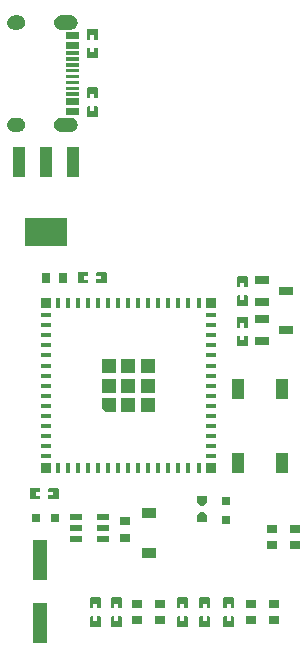
<source format=gtp>
G04 Layer: TopPasteMaskLayer*
G04 EasyEDA v6.5.47, 2024-12-16 18:16:38*
G04 268b8e850bac467aae997c2779a4d6d9,381f0eae51a44e099b53e3fe18832c3b,10*
G04 Gerber Generator version 0.2*
G04 Scale: 100 percent, Rotated: No, Reflected: No *
G04 Dimensions in millimeters *
G04 leading zeros omitted , absolute positions ,4 integer and 5 decimal *
%FSLAX45Y45*%
%MOMM*%

%AMMACRO1*4,1,6,0.6,0.6,0.6,-0.6,-0.31,-0.6,-0.33,-0.6,-0.6,-0.33,-0.6,0.6,0.6,0.6,0*%
%AMMACRO2*21,1,$1,$2,0,0,$3*%
%ADD10R,1.2000X3.5000*%
%ADD11R,0.9000X0.8000*%
%ADD12R,0.8000X0.9000*%
%ADD13R,1.1500X0.9500*%
%ADD14R,1.2500X0.7000*%
%ADD15R,1.1000X1.8000*%
%ADD16MACRO1*%
%ADD17MACRO2,0.8X0.8X0.0000*%
%ADD18MACRO2,0.8X0.85X0.0000*%
%ADD19MACRO2,0.4X0.8X-90.0000*%
%ADD20MACRO2,0.4X0.8X90.0000*%
%ADD21MACRO2,0.4X0.8X0.0000*%
%ADD22MACRO2,1.2X1.2X0.0000*%
%ADD23R,1.0720X0.5320*%
%ADD24R,1.1000X2.5000*%
%ADD25MACRO2,3.6X2.34X0.0000*%
%ADD26R,0.8000X0.8000*%
%ADD27R,0.0144X0.8000*%

%LPD*%
G36*
X1401724Y11053318D02*
G01*
X1401724Y11023295D01*
X1511706Y11023295D01*
X1511706Y11053318D01*
G37*
G36*
X1401724Y11003280D02*
G01*
X1401724Y10973257D01*
X1511706Y10973257D01*
X1511706Y11003280D01*
G37*
G36*
X1401724Y11513312D02*
G01*
X1401724Y11453317D01*
X1511706Y11453317D01*
X1511706Y11513312D01*
G37*
G36*
X1401724Y11103305D02*
G01*
X1401724Y11073282D01*
X1511706Y11073282D01*
X1511706Y11103305D01*
G37*
G36*
X1401724Y10953292D02*
G01*
X1401724Y10893298D01*
X1511706Y10893298D01*
X1511706Y10953292D01*
G37*
G36*
X1401724Y10873282D02*
G01*
X1401724Y10813288D01*
X1511706Y10813288D01*
X1511706Y10873282D01*
G37*
G36*
X1401724Y11153292D02*
G01*
X1401724Y11123269D01*
X1511706Y11123269D01*
X1511706Y11153292D01*
G37*
G36*
X1401724Y11203330D02*
G01*
X1401724Y11173307D01*
X1511706Y11173307D01*
X1511706Y11203330D01*
G37*
G36*
X1401724Y11433302D02*
G01*
X1401724Y11373307D01*
X1511706Y11373307D01*
X1511706Y11433302D01*
G37*
G36*
X1401724Y11253317D02*
G01*
X1401724Y11223294D01*
X1511706Y11223294D01*
X1511706Y11253317D01*
G37*
G36*
X1401724Y11303304D02*
G01*
X1401724Y11273282D01*
X1511706Y11273282D01*
X1511706Y11303304D01*
G37*
G36*
X1401724Y11353292D02*
G01*
X1401724Y11323269D01*
X1511706Y11323269D01*
X1511706Y11353292D01*
G37*
G36*
X1361694Y10790783D02*
G01*
X1355750Y10790478D01*
X1349806Y10789615D01*
X1344015Y10788142D01*
X1338427Y10786110D01*
X1333042Y10783519D01*
X1327912Y10780369D01*
X1323136Y10776762D01*
X1318768Y10772698D01*
X1314805Y10768228D01*
X1311300Y10763351D01*
X1308303Y10758170D01*
X1305864Y10752734D01*
X1303934Y10747044D01*
X1302613Y10741202D01*
X1301902Y10735259D01*
X1301750Y10729315D01*
X1302156Y10723321D01*
X1303223Y10717428D01*
X1304848Y10711688D01*
X1307033Y10706150D01*
X1309776Y10700816D01*
X1312976Y10695787D01*
X1316736Y10691114D01*
X1320901Y10686796D01*
X1325473Y10682986D01*
X1330401Y10679582D01*
X1335684Y10676737D01*
X1341170Y10674400D01*
X1346911Y10672673D01*
X1352753Y10671454D01*
X1358696Y10670895D01*
X1441704Y10670794D01*
X1447698Y10671098D01*
X1453591Y10672013D01*
X1459382Y10673486D01*
X1465021Y10675518D01*
X1470406Y10678109D01*
X1475486Y10681208D01*
X1480261Y10684814D01*
X1484680Y10688929D01*
X1488643Y10693400D01*
X1492097Y10698226D01*
X1495094Y10703407D01*
X1497584Y10708894D01*
X1499463Y10714532D01*
X1500784Y10720374D01*
X1501546Y10726318D01*
X1501698Y10732312D01*
X1501241Y10738256D01*
X1500225Y10744149D01*
X1498600Y10749889D01*
X1496415Y10755477D01*
X1493672Y10760811D01*
X1490421Y10765840D01*
X1486712Y10770514D01*
X1482547Y10774781D01*
X1477924Y10778642D01*
X1472996Y10781995D01*
X1467764Y10784840D01*
X1462227Y10787176D01*
X1456537Y10788954D01*
X1450644Y10790123D01*
X1444701Y10790732D01*
G37*
G36*
X1361694Y11655806D02*
G01*
X1355750Y11655501D01*
X1349806Y11654586D01*
X1344015Y11653113D01*
X1338427Y11651081D01*
X1333042Y11648490D01*
X1327912Y11645392D01*
X1323136Y11641785D01*
X1318768Y11637670D01*
X1314805Y11633200D01*
X1311300Y11628374D01*
X1308303Y11623192D01*
X1305864Y11617706D01*
X1303934Y11612067D01*
X1302613Y11606225D01*
X1301902Y11600281D01*
X1301750Y11594287D01*
X1302156Y11588343D01*
X1303223Y11582450D01*
X1304848Y11576710D01*
X1307033Y11571122D01*
X1309776Y11565788D01*
X1312976Y11560759D01*
X1316736Y11556085D01*
X1320901Y11551818D01*
X1325473Y11547957D01*
X1330401Y11544604D01*
X1335684Y11541760D01*
X1341170Y11539423D01*
X1346911Y11537645D01*
X1352753Y11536476D01*
X1358696Y11535867D01*
X1441704Y11535816D01*
X1447698Y11536121D01*
X1453591Y11536984D01*
X1459382Y11538458D01*
X1465021Y11540490D01*
X1470406Y11543131D01*
X1475486Y11546230D01*
X1480261Y11549837D01*
X1484680Y11553901D01*
X1488643Y11558371D01*
X1492097Y11563248D01*
X1495094Y11568430D01*
X1497584Y11573865D01*
X1499463Y11579555D01*
X1500784Y11585397D01*
X1501546Y11591340D01*
X1501698Y11597284D01*
X1501241Y11603278D01*
X1500225Y11609171D01*
X1498600Y11614912D01*
X1496415Y11620449D01*
X1493672Y11625783D01*
X1490421Y11630812D01*
X1486712Y11635486D01*
X1482547Y11639804D01*
X1477924Y11643614D01*
X1472996Y11647017D01*
X1467764Y11649862D01*
X1462227Y11652199D01*
X1456537Y11653926D01*
X1450644Y11655145D01*
X1444701Y11655704D01*
G37*
G36*
X966673Y11655806D02*
G01*
X960729Y11655501D01*
X954786Y11654586D01*
X948994Y11653113D01*
X943406Y11651081D01*
X938021Y11648490D01*
X932891Y11645392D01*
X928116Y11641785D01*
X923747Y11637670D01*
X919784Y11633200D01*
X916279Y11628374D01*
X913282Y11623192D01*
X910844Y11617706D01*
X908913Y11612067D01*
X907592Y11606225D01*
X906881Y11600281D01*
X906729Y11594287D01*
X907186Y11588343D01*
X908202Y11582450D01*
X909828Y11576710D01*
X912012Y11571122D01*
X914755Y11565788D01*
X917956Y11560759D01*
X921715Y11556085D01*
X925880Y11551818D01*
X930452Y11547957D01*
X935431Y11544604D01*
X940663Y11541760D01*
X946200Y11539423D01*
X951890Y11537645D01*
X957732Y11536476D01*
X963726Y11535867D01*
X996696Y11535816D01*
X1002690Y11536121D01*
X1008583Y11536984D01*
X1014374Y11538458D01*
X1020013Y11540490D01*
X1025398Y11543131D01*
X1030478Y11546230D01*
X1035253Y11549837D01*
X1039672Y11553901D01*
X1043584Y11558371D01*
X1047089Y11563248D01*
X1050086Y11568430D01*
X1052525Y11573865D01*
X1054455Y11579555D01*
X1055776Y11585397D01*
X1056538Y11591340D01*
X1056690Y11597284D01*
X1056233Y11603278D01*
X1055217Y11609171D01*
X1053592Y11614912D01*
X1051407Y11620449D01*
X1048664Y11625783D01*
X1045413Y11630812D01*
X1041704Y11635486D01*
X1037488Y11639804D01*
X1032916Y11643614D01*
X1027988Y11647017D01*
X1022705Y11649862D01*
X1017219Y11652199D01*
X1011478Y11653926D01*
X1005636Y11655145D01*
X999693Y11655704D01*
G37*
G36*
X966673Y10790783D02*
G01*
X960729Y10790478D01*
X954786Y10789615D01*
X948994Y10788142D01*
X943406Y10786110D01*
X938021Y10783519D01*
X932891Y10780369D01*
X928116Y10776762D01*
X923747Y10772698D01*
X919784Y10768228D01*
X916279Y10763351D01*
X913282Y10758170D01*
X910844Y10752734D01*
X908913Y10747044D01*
X907592Y10741202D01*
X906881Y10735259D01*
X906729Y10729315D01*
X907186Y10723321D01*
X908202Y10717428D01*
X909828Y10711688D01*
X912012Y10706150D01*
X914755Y10700816D01*
X917956Y10695787D01*
X921715Y10691114D01*
X925880Y10686796D01*
X930452Y10682986D01*
X935431Y10679582D01*
X940663Y10676737D01*
X946200Y10674400D01*
X951890Y10672673D01*
X957732Y10671454D01*
X963726Y10670895D01*
X996696Y10670794D01*
X1002690Y10671098D01*
X1008583Y10672013D01*
X1014374Y10673486D01*
X1020013Y10675518D01*
X1025398Y10678109D01*
X1030478Y10681208D01*
X1035253Y10684814D01*
X1039672Y10688929D01*
X1043584Y10693400D01*
X1047089Y10698226D01*
X1050086Y10703407D01*
X1052525Y10708894D01*
X1054455Y10714532D01*
X1055776Y10720374D01*
X1056538Y10726318D01*
X1056690Y10732312D01*
X1056233Y10738256D01*
X1055217Y10744149D01*
X1053592Y10749889D01*
X1051407Y10755477D01*
X1048664Y10760811D01*
X1045413Y10765840D01*
X1041704Y10770514D01*
X1037488Y10774781D01*
X1032916Y10778642D01*
X1027988Y10781995D01*
X1022705Y10784840D01*
X1017219Y10787176D01*
X1011478Y10788954D01*
X1005636Y10790123D01*
X999693Y10790732D01*
G37*
G36*
X2516378Y7589621D02*
G01*
X2509977Y7583220D01*
X2509977Y7532878D01*
X2539339Y7505446D01*
X2566974Y7505446D01*
X2596388Y7532878D01*
X2596388Y7583220D01*
X2589987Y7589621D01*
G37*
G36*
X2540457Y7453884D02*
G01*
X2511094Y7426452D01*
X2511094Y7376159D01*
X2517495Y7369759D01*
X2591104Y7369759D01*
X2597505Y7376159D01*
X2597505Y7426452D01*
X2568143Y7453884D01*
G37*
G36*
X1585620Y11541810D02*
G01*
X1580591Y11536781D01*
X1580591Y11456822D01*
X1585620Y11451793D01*
X1608378Y11451793D01*
X1608378Y11488826D01*
X1641398Y11488826D01*
X1641398Y11451793D01*
X1665579Y11451793D01*
X1670608Y11456822D01*
X1670608Y11536781D01*
X1665579Y11541810D01*
G37*
G36*
X1585620Y11382806D02*
G01*
X1580591Y11377777D01*
X1580591Y11297818D01*
X1585620Y11292789D01*
X1665579Y11292789D01*
X1670608Y11297818D01*
X1670608Y11377777D01*
X1665579Y11382806D01*
X1642821Y11382806D01*
X1642821Y11345773D01*
X1609801Y11345773D01*
X1609801Y11382806D01*
G37*
G36*
X1585620Y10887506D02*
G01*
X1580591Y10882477D01*
X1580591Y10802518D01*
X1585620Y10797489D01*
X1665579Y10797489D01*
X1670608Y10802518D01*
X1670608Y10882477D01*
X1665579Y10887506D01*
X1642821Y10887506D01*
X1642821Y10850473D01*
X1609801Y10850473D01*
X1609801Y10887506D01*
G37*
G36*
X1585620Y11046510D02*
G01*
X1580591Y11041481D01*
X1580591Y10961522D01*
X1585620Y10956493D01*
X1608378Y10956493D01*
X1608378Y10993526D01*
X1641398Y10993526D01*
X1641398Y10956493D01*
X1665579Y10956493D01*
X1670608Y10961522D01*
X1670608Y11041481D01*
X1665579Y11046510D01*
G37*
G36*
X1665122Y9481108D02*
G01*
X1660093Y9476079D01*
X1660093Y9453321D01*
X1697126Y9453321D01*
X1697126Y9420301D01*
X1660093Y9420301D01*
X1660093Y9396120D01*
X1665122Y9391091D01*
X1745081Y9391091D01*
X1750110Y9396120D01*
X1750110Y9476079D01*
X1745081Y9481108D01*
G37*
G36*
X1506118Y9481108D02*
G01*
X1501089Y9476079D01*
X1501089Y9396120D01*
X1506118Y9391091D01*
X1586077Y9391091D01*
X1591106Y9396120D01*
X1591106Y9418878D01*
X1554073Y9418878D01*
X1554073Y9451898D01*
X1591106Y9451898D01*
X1591106Y9476079D01*
X1586077Y9481108D01*
G37*
G36*
X1099718Y7652308D02*
G01*
X1094689Y7647279D01*
X1094689Y7567320D01*
X1099718Y7562291D01*
X1179677Y7562291D01*
X1184706Y7567320D01*
X1184706Y7590078D01*
X1147673Y7590078D01*
X1147673Y7623098D01*
X1184706Y7623098D01*
X1184706Y7647279D01*
X1179677Y7652308D01*
G37*
G36*
X1258722Y7652308D02*
G01*
X1253693Y7647279D01*
X1253693Y7624521D01*
X1290726Y7624521D01*
X1290726Y7591501D01*
X1253693Y7591501D01*
X1253693Y7567320D01*
X1258722Y7562291D01*
X1338681Y7562291D01*
X1343710Y7567320D01*
X1343710Y7647279D01*
X1338681Y7652308D01*
G37*
G36*
X2855620Y9103410D02*
G01*
X2850591Y9098381D01*
X2850591Y9018422D01*
X2855620Y9013393D01*
X2878378Y9013393D01*
X2878378Y9050426D01*
X2911398Y9050426D01*
X2911398Y9013393D01*
X2935579Y9013393D01*
X2940608Y9018422D01*
X2940608Y9098381D01*
X2935579Y9103410D01*
G37*
G36*
X2855620Y8944406D02*
G01*
X2850591Y8939377D01*
X2850591Y8859418D01*
X2855620Y8854389D01*
X2935579Y8854389D01*
X2940608Y8859418D01*
X2940608Y8939377D01*
X2935579Y8944406D01*
X2912821Y8944406D01*
X2912821Y8907373D01*
X2879801Y8907373D01*
X2879801Y8944406D01*
G37*
G36*
X2855620Y9446310D02*
G01*
X2850591Y9441281D01*
X2850591Y9361322D01*
X2855620Y9356293D01*
X2878378Y9356293D01*
X2878378Y9393326D01*
X2911398Y9393326D01*
X2911398Y9356293D01*
X2935579Y9356293D01*
X2940608Y9361322D01*
X2940608Y9441281D01*
X2935579Y9446310D01*
G37*
G36*
X2855620Y9287306D02*
G01*
X2850591Y9282277D01*
X2850591Y9202318D01*
X2855620Y9197289D01*
X2935579Y9197289D01*
X2940608Y9202318D01*
X2940608Y9282277D01*
X2935579Y9287306D01*
X2912821Y9287306D01*
X2912821Y9250273D01*
X2879801Y9250273D01*
X2879801Y9287306D01*
G37*
G36*
X1788820Y6728510D02*
G01*
X1783791Y6723481D01*
X1783791Y6643522D01*
X1788820Y6638493D01*
X1811578Y6638493D01*
X1811578Y6675526D01*
X1844598Y6675526D01*
X1844598Y6638493D01*
X1868779Y6638493D01*
X1873808Y6643522D01*
X1873808Y6723481D01*
X1868779Y6728510D01*
G37*
G36*
X1788820Y6569506D02*
G01*
X1783791Y6564477D01*
X1783791Y6484518D01*
X1788820Y6479489D01*
X1868779Y6479489D01*
X1873808Y6484518D01*
X1873808Y6564477D01*
X1868779Y6569506D01*
X1846021Y6569506D01*
X1846021Y6532473D01*
X1813001Y6532473D01*
X1813001Y6569506D01*
G37*
G36*
X1611020Y6569506D02*
G01*
X1605991Y6564477D01*
X1605991Y6484518D01*
X1611020Y6479489D01*
X1690979Y6479489D01*
X1696008Y6484518D01*
X1696008Y6564477D01*
X1690979Y6569506D01*
X1668221Y6569506D01*
X1668221Y6532473D01*
X1635201Y6532473D01*
X1635201Y6569506D01*
G37*
G36*
X1611020Y6728510D02*
G01*
X1605991Y6723481D01*
X1605991Y6643522D01*
X1611020Y6638493D01*
X1633778Y6638493D01*
X1633778Y6675526D01*
X1666798Y6675526D01*
X1666798Y6638493D01*
X1690979Y6638493D01*
X1696008Y6643522D01*
X1696008Y6723481D01*
X1690979Y6728510D01*
G37*
G36*
X2741320Y6569506D02*
G01*
X2736291Y6564477D01*
X2736291Y6484518D01*
X2741320Y6479489D01*
X2821279Y6479489D01*
X2826308Y6484518D01*
X2826308Y6564477D01*
X2821279Y6569506D01*
X2798521Y6569506D01*
X2798521Y6532473D01*
X2765501Y6532473D01*
X2765501Y6569506D01*
G37*
G36*
X2741320Y6728510D02*
G01*
X2736291Y6723481D01*
X2736291Y6643522D01*
X2741320Y6638493D01*
X2764078Y6638493D01*
X2764078Y6675526D01*
X2797098Y6675526D01*
X2797098Y6638493D01*
X2821279Y6638493D01*
X2826308Y6643522D01*
X2826308Y6723481D01*
X2821279Y6728510D01*
G37*
G36*
X2538120Y6728510D02*
G01*
X2533091Y6723481D01*
X2533091Y6643522D01*
X2538120Y6638493D01*
X2560878Y6638493D01*
X2560878Y6675526D01*
X2593898Y6675526D01*
X2593898Y6638493D01*
X2618079Y6638493D01*
X2623108Y6643522D01*
X2623108Y6723481D01*
X2618079Y6728510D01*
G37*
G36*
X2538120Y6569506D02*
G01*
X2533091Y6564477D01*
X2533091Y6484518D01*
X2538120Y6479489D01*
X2618079Y6479489D01*
X2623108Y6484518D01*
X2623108Y6564477D01*
X2618079Y6569506D01*
X2595321Y6569506D01*
X2595321Y6532473D01*
X2562301Y6532473D01*
X2562301Y6569506D01*
G37*
G36*
X2347620Y6569506D02*
G01*
X2342591Y6564477D01*
X2342591Y6484518D01*
X2347620Y6479489D01*
X2427579Y6479489D01*
X2432608Y6484518D01*
X2432608Y6564477D01*
X2427579Y6569506D01*
X2404821Y6569506D01*
X2404821Y6532473D01*
X2371801Y6532473D01*
X2371801Y6569506D01*
G37*
G36*
X2347620Y6728510D02*
G01*
X2342591Y6723481D01*
X2342591Y6643522D01*
X2347620Y6638493D01*
X2370378Y6638493D01*
X2370378Y6675526D01*
X2403398Y6675526D01*
X2403398Y6638493D01*
X2427579Y6638493D01*
X2432608Y6643522D01*
X2432608Y6723481D01*
X2427579Y6728510D01*
G37*
D10*
G01*
X1181100Y7048804D03*
G01*
X1181100Y6514795D03*
D11*
G01*
X3149600Y7309002D03*
G01*
X3149600Y7168997D03*
G01*
X3340100Y7309002D03*
G01*
X3340100Y7168997D03*
D12*
G01*
X1378102Y9436100D03*
G01*
X1238097Y9436100D03*
D11*
G01*
X2006600Y6674002D03*
G01*
X2006600Y6533997D03*
G01*
X3162300Y6674002D03*
G01*
X3162300Y6533997D03*
G01*
X2971800Y6674002D03*
G01*
X2971800Y6533997D03*
G01*
X1905000Y7372502D03*
G01*
X1905000Y7232497D03*
G01*
X2197100Y6674002D03*
G01*
X2197100Y6533997D03*
D13*
G01*
X2108200Y7107859D03*
G01*
X2108200Y7446340D03*
D14*
G01*
X3062300Y9086595D03*
G01*
X3062300Y8896604D03*
G01*
X3262299Y8991600D03*
G01*
X3062300Y9416795D03*
G01*
X3062300Y9226804D03*
G01*
X3262299Y9321800D03*
D15*
G01*
X2863011Y7868793D03*
G01*
X2863011Y8488806D03*
G01*
X3232988Y7868793D03*
G01*
X3232988Y8488806D03*
D16*
G01*
X1765400Y8356691D03*
D17*
G01*
X1230398Y9221693D03*
D18*
G01*
X2630398Y9219191D03*
D17*
G01*
X2630398Y7821693D03*
G01*
X1230398Y7821691D03*
D19*
G01*
X2630401Y8946669D03*
G01*
X2630401Y8861668D03*
G01*
X2630401Y8776667D03*
G01*
X2630401Y8691671D03*
G01*
X2630401Y8606678D03*
G01*
X2630401Y8521674D03*
G01*
X2630401Y8436673D03*
G01*
X2630401Y8351680D03*
G01*
X2630401Y8266684D03*
G01*
X2630401Y8181682D03*
G01*
X2630401Y8096679D03*
G01*
X2630401Y8011685D03*
G01*
X2630401Y7926689D03*
G01*
X2630401Y9031671D03*
G01*
X2630401Y9116669D03*
D20*
G01*
X1230398Y8096714D03*
G01*
X1230398Y8181715D03*
G01*
X1230398Y8266717D03*
G01*
X1230398Y8351713D03*
G01*
X1230398Y8436706D03*
G01*
X1230398Y8521710D03*
G01*
X1230398Y8606711D03*
G01*
X1230398Y8691704D03*
G01*
X1230398Y8776700D03*
G01*
X1230398Y8861701D03*
G01*
X1230398Y8946705D03*
G01*
X1230398Y9031698D03*
G01*
X1230398Y9116694D03*
G01*
X1230398Y8011713D03*
G01*
X1230398Y7926715D03*
D21*
G01*
X1505422Y9221693D03*
G01*
X1590423Y9221693D03*
G01*
X1675424Y9221693D03*
G01*
X1760420Y9221693D03*
G01*
X1845414Y9221693D03*
G01*
X1930417Y9221693D03*
G01*
X2015418Y9221693D03*
G01*
X2100412Y9221693D03*
G01*
X2185408Y9221693D03*
G01*
X2270409Y9221693D03*
G01*
X2355413Y9221693D03*
G01*
X2440406Y9221693D03*
G01*
X2525402Y9221693D03*
G01*
X1420421Y9221693D03*
G01*
X1335422Y9221693D03*
G01*
X2525377Y7821691D03*
G01*
X2440378Y7821691D03*
G01*
X1335397Y7821691D03*
G01*
X1420393Y7821691D03*
G01*
X1505386Y7821691D03*
G01*
X1590390Y7821691D03*
G01*
X1675391Y7821691D03*
G01*
X1760387Y7821691D03*
G01*
X1845381Y7821691D03*
G01*
X1930382Y7821691D03*
G01*
X2015385Y7821691D03*
G01*
X2100379Y7821691D03*
G01*
X2185375Y7821691D03*
G01*
X2270376Y7821691D03*
G01*
X2355377Y7821691D03*
D22*
G01*
X2095413Y8521692D03*
G01*
X2095413Y8356680D03*
G01*
X2095413Y8686679D03*
G01*
X1765406Y8521692D03*
G01*
X1765411Y8686685D03*
G01*
X1930399Y8686685D03*
G01*
X1930399Y8356678D03*
G01*
X1930399Y8521692D03*
D23*
G01*
X1485290Y7410195D03*
G01*
X1485290Y7315200D03*
G01*
X1485290Y7220204D03*
G01*
X1715109Y7220204D03*
G01*
X1715109Y7315200D03*
G01*
X1715109Y7410195D03*
D24*
G01*
X1461896Y10418902D03*
G01*
X1231900Y10418902D03*
G01*
X1001903Y10418902D03*
D25*
G01*
X1231900Y9824897D03*
D26*
G01*
X1311833Y7404455D03*
G01*
X1151940Y7403744D03*
G01*
X2755912Y7387653D03*
G01*
X2755887Y7547546D03*
M02*

</source>
